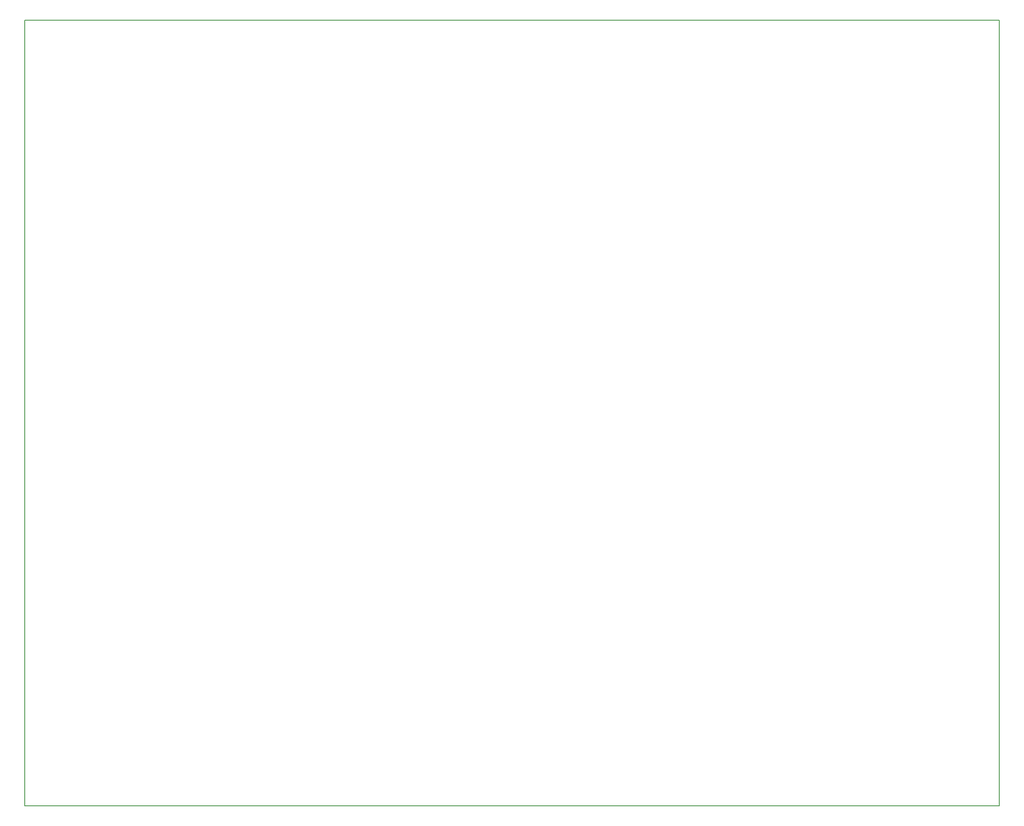
<source format=gbo>
G04 MADE WITH FRITZING*
G04 WWW.FRITZING.ORG*
G04 DOUBLE SIDED*
G04 HOLES PLATED*
G04 CONTOUR ON CENTER OF CONTOUR VECTOR*
%ASAXBY*%
%FSLAX23Y23*%
%MOIN*%
%OFA0B0*%
%SFA1.0B1.0*%
%ADD10R,7.886390X6.363240X7.870390X6.347240*%
%ADD11C,0.008000*%
%LNSILK0*%
G90*
G70*
G54D11*
X4Y6359D02*
X7882Y6359D01*
X7882Y4D01*
X4Y4D01*
X4Y6359D01*
D02*
G04 End of Silk0*
M02*
</source>
